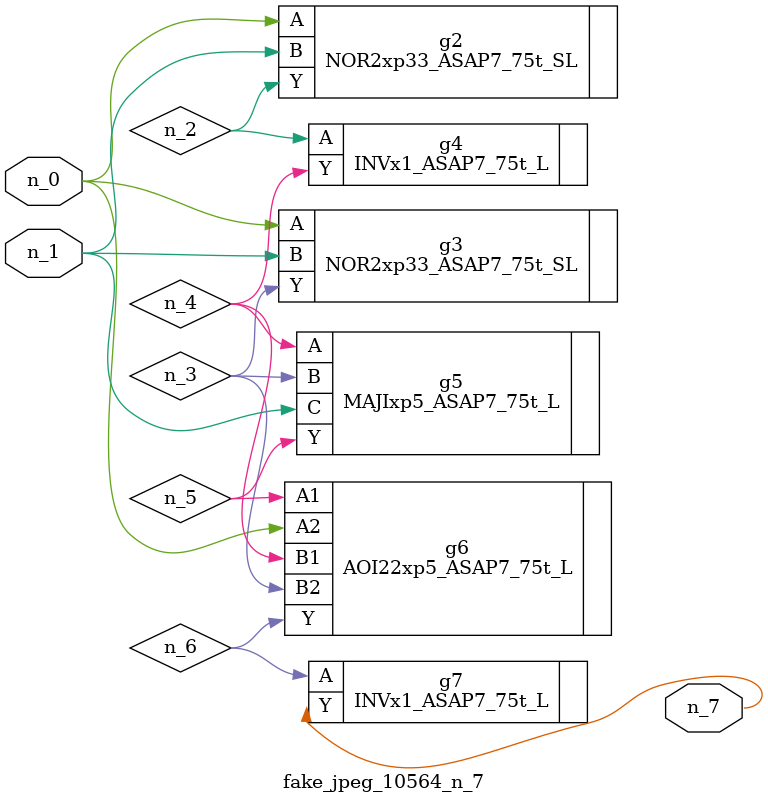
<source format=v>
module fake_jpeg_10564_n_7 (n_0, n_1, n_7);

input n_0;
input n_1;

output n_7;

wire n_3;
wire n_2;
wire n_4;
wire n_6;
wire n_5;

NOR2xp33_ASAP7_75t_SL g2 ( 
.A(n_0),
.B(n_1),
.Y(n_2)
);

NOR2xp33_ASAP7_75t_SL g3 ( 
.A(n_0),
.B(n_1),
.Y(n_3)
);

INVx1_ASAP7_75t_L g4 ( 
.A(n_2),
.Y(n_4)
);

MAJIxp5_ASAP7_75t_L g5 ( 
.A(n_4),
.B(n_3),
.C(n_1),
.Y(n_5)
);

AOI22xp5_ASAP7_75t_L g6 ( 
.A1(n_5),
.A2(n_0),
.B1(n_4),
.B2(n_3),
.Y(n_6)
);

INVx1_ASAP7_75t_L g7 ( 
.A(n_6),
.Y(n_7)
);


endmodule
</source>
